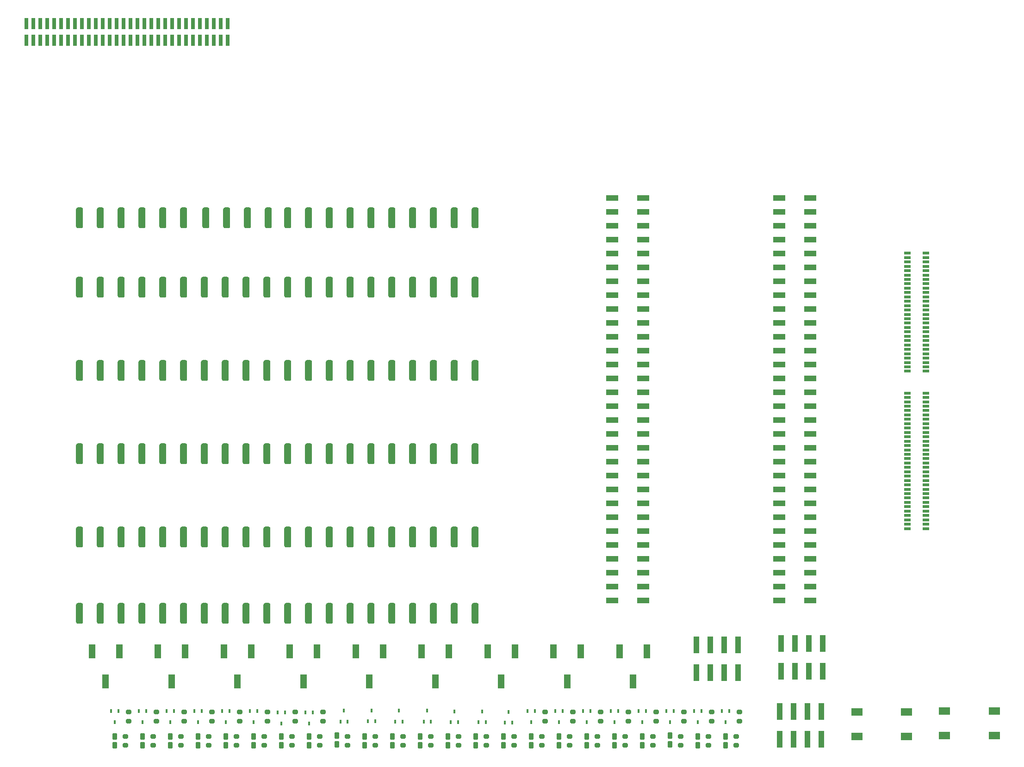
<source format=gtp>
G04 #@! TF.GenerationSoftware,KiCad,Pcbnew,(6.0.0)*
G04 #@! TF.CreationDate,2022-01-05T15:59:25-05:00*
G04 #@! TF.ProjectId,backplane-breaout-big,6261636b-706c-4616-9e65-2d627265616f,rev?*
G04 #@! TF.SameCoordinates,Original*
G04 #@! TF.FileFunction,Paste,Top*
G04 #@! TF.FilePolarity,Positive*
%FSLAX46Y46*%
G04 Gerber Fmt 4.6, Leading zero omitted, Abs format (unit mm)*
G04 Created by KiCad (PCBNEW (6.0.0)) date 2022-01-05 15:59:25*
%MOMM*%
%LPD*%
G01*
G04 APERTURE LIST*
G04 Aperture macros list*
%AMRoundRect*
0 Rectangle with rounded corners*
0 $1 Rounding radius*
0 $2 $3 $4 $5 $6 $7 $8 $9 X,Y pos of 4 corners*
0 Add a 4 corners polygon primitive as box body*
4,1,4,$2,$3,$4,$5,$6,$7,$8,$9,$2,$3,0*
0 Add four circle primitives for the rounded corners*
1,1,$1+$1,$2,$3*
1,1,$1+$1,$4,$5*
1,1,$1+$1,$6,$7*
1,1,$1+$1,$8,$9*
0 Add four rect primitives between the rounded corners*
20,1,$1+$1,$2,$3,$4,$5,0*
20,1,$1+$1,$4,$5,$6,$7,0*
20,1,$1+$1,$6,$7,$8,$9,0*
20,1,$1+$1,$8,$9,$2,$3,0*%
G04 Aperture macros list end*
%ADD10R,0.760000X2.030000*%
%ADD11RoundRect,0.212500X-0.212500X0.400000X-0.212500X-0.400000X0.212500X-0.400000X0.212500X0.400000X0*%
%ADD12R,2.220000X1.020000*%
%ADD13R,1.200000X0.500000*%
%ADD14R,0.450000X0.700000*%
%ADD15RoundRect,0.317500X0.317500X-1.587500X0.317500X1.587500X-0.317500X1.587500X-0.317500X-1.587500X0*%
%ADD16R,1.000000X3.150000*%
%ADD17RoundRect,0.200000X-0.275000X0.200000X-0.275000X-0.200000X0.275000X-0.200000X0.275000X0.200000X0*%
%ADD18RoundRect,0.200000X0.275000X-0.200000X0.275000X0.200000X-0.275000X0.200000X-0.275000X-0.200000X0*%
%ADD19R,1.200000X2.500000*%
%ADD20R,2.100000X1.400000*%
G04 APERTURE END LIST*
D10*
X140160000Y-52795000D03*
X140160000Y-49745000D03*
X138890000Y-52795000D03*
X138890000Y-49745000D03*
X137620000Y-52795000D03*
X137620000Y-49745000D03*
X136350000Y-52795000D03*
X136350000Y-49745000D03*
X135080000Y-52795000D03*
X135080000Y-49745000D03*
X133810000Y-52795000D03*
X133810000Y-49745000D03*
X132540000Y-52795000D03*
X132540000Y-49745000D03*
X131270000Y-52795000D03*
X131270000Y-49745000D03*
X130000000Y-52795000D03*
X130000000Y-49745000D03*
X128730000Y-52795000D03*
X128730000Y-49745000D03*
X127460000Y-52795000D03*
X127460000Y-49745000D03*
X126190000Y-52795000D03*
X126190000Y-49745000D03*
X124920000Y-52795000D03*
X124920000Y-49745000D03*
X123650000Y-52795000D03*
X123650000Y-49745000D03*
X122380000Y-52795000D03*
X122380000Y-49745000D03*
X121110000Y-52795000D03*
X121110000Y-49745000D03*
X119840000Y-52795000D03*
X119840000Y-49745000D03*
X118570000Y-52795000D03*
X118570000Y-49745000D03*
X117300000Y-52795000D03*
X117300000Y-49745000D03*
X116030000Y-52795000D03*
X116030000Y-49745000D03*
X114760000Y-52795000D03*
X114760000Y-49745000D03*
X113490000Y-52795000D03*
X113490000Y-49745000D03*
X112220000Y-52795000D03*
X112220000Y-49745000D03*
X110950000Y-52795000D03*
X110950000Y-49745000D03*
X109680000Y-52795000D03*
X109680000Y-49745000D03*
X108410000Y-52795000D03*
X108410000Y-49745000D03*
X107140000Y-52795000D03*
X107140000Y-49745000D03*
X105870000Y-52795000D03*
X105870000Y-49745000D03*
X104600000Y-52795000D03*
X104600000Y-49745000D03*
X103330000Y-52795000D03*
X103330000Y-49745000D03*
D11*
X231254000Y-180207500D03*
X231254000Y-181832500D03*
X226174000Y-180207500D03*
X226174000Y-181832500D03*
X221094000Y-180030000D03*
X221094000Y-181655000D03*
X155054000Y-180207500D03*
X155054000Y-181832500D03*
X216014000Y-180207500D03*
X216014000Y-181832500D03*
X149974000Y-180207500D03*
X149974000Y-181832500D03*
X210934000Y-180207500D03*
X210934000Y-181832500D03*
X205854000Y-180207500D03*
X205854000Y-181832500D03*
X200774000Y-180207500D03*
X200774000Y-181832500D03*
X195694000Y-180207500D03*
X195694000Y-181832500D03*
X144894000Y-180207500D03*
X144894000Y-181832500D03*
X139814000Y-180207500D03*
X139814000Y-181832500D03*
X134734000Y-180207500D03*
X134734000Y-181832500D03*
X129654000Y-180207500D03*
X129654000Y-181832500D03*
X190614000Y-180207500D03*
X190614000Y-181832500D03*
X185534000Y-180207500D03*
X185534000Y-181832500D03*
X180454000Y-180207500D03*
X180454000Y-181832500D03*
X175374000Y-180207500D03*
X175374000Y-181832500D03*
X170294000Y-180207500D03*
X170294000Y-181832500D03*
X124574000Y-180207500D03*
X124574000Y-181832500D03*
X165214000Y-180207500D03*
X165214000Y-181832500D03*
X119494000Y-180207500D03*
X119494000Y-181832500D03*
X160134000Y-180030000D03*
X160134000Y-181655000D03*
D12*
X210520000Y-155334000D03*
X216170000Y-155334000D03*
X210520000Y-152794000D03*
X216170000Y-152794000D03*
X210520000Y-150254000D03*
X216170000Y-150254000D03*
X210520000Y-147714000D03*
X216170000Y-147714000D03*
X210520000Y-145174000D03*
X216170000Y-145174000D03*
X210520000Y-142634000D03*
X216170000Y-142634000D03*
X210520000Y-140094000D03*
X216170000Y-140094000D03*
X210520000Y-137554000D03*
X216170000Y-137554000D03*
X210520000Y-135014000D03*
X216170000Y-135014000D03*
X210520000Y-132474000D03*
X216170000Y-132474000D03*
X210520000Y-129934000D03*
X216170000Y-129934000D03*
X210520000Y-127394000D03*
X216170000Y-127394000D03*
X210520000Y-124854000D03*
X216170000Y-124854000D03*
X210520000Y-122314000D03*
X216170000Y-122314000D03*
X210520000Y-119774000D03*
X216170000Y-119774000D03*
X210520000Y-117234000D03*
X216170000Y-117234000D03*
X210520000Y-114694000D03*
X216170000Y-114694000D03*
X210520000Y-112154000D03*
X216170000Y-112154000D03*
X210520000Y-109614000D03*
X216170000Y-109614000D03*
X210520000Y-107074000D03*
X216170000Y-107074000D03*
X210520000Y-104534000D03*
X216170000Y-104534000D03*
X210520000Y-101994000D03*
X216170000Y-101994000D03*
X210520000Y-99454000D03*
X216170000Y-99454000D03*
X210520000Y-96914000D03*
X216170000Y-96914000D03*
X210520000Y-94374000D03*
X216170000Y-94374000D03*
X210520000Y-91834000D03*
X216170000Y-91834000D03*
X210520000Y-89294000D03*
X216170000Y-89294000D03*
X210520000Y-86754000D03*
X216170000Y-86754000D03*
X210520000Y-84214000D03*
X216170000Y-84214000D03*
X210520000Y-81674000D03*
X216170000Y-81674000D03*
X241066000Y-155334000D03*
X246716000Y-155334000D03*
X241066000Y-152794000D03*
X246716000Y-152794000D03*
X241066000Y-150254000D03*
X246716000Y-150254000D03*
X241066000Y-147714000D03*
X246716000Y-147714000D03*
X241066000Y-145174000D03*
X246716000Y-145174000D03*
X241066000Y-142634000D03*
X246716000Y-142634000D03*
X241066000Y-140094000D03*
X246716000Y-140094000D03*
X241066000Y-137554000D03*
X246716000Y-137554000D03*
X241066000Y-135014000D03*
X246716000Y-135014000D03*
X241066000Y-132474000D03*
X246716000Y-132474000D03*
X241066000Y-129934000D03*
X246716000Y-129934000D03*
X241066000Y-127394000D03*
X246716000Y-127394000D03*
X241066000Y-124854000D03*
X246716000Y-124854000D03*
X241066000Y-122314000D03*
X246716000Y-122314000D03*
X241066000Y-119774000D03*
X246716000Y-119774000D03*
X241066000Y-117234000D03*
X246716000Y-117234000D03*
X241066000Y-114694000D03*
X246716000Y-114694000D03*
X241066000Y-112154000D03*
X246716000Y-112154000D03*
X241066000Y-109614000D03*
X246716000Y-109614000D03*
X241066000Y-107074000D03*
X246716000Y-107074000D03*
X241066000Y-104534000D03*
X246716000Y-104534000D03*
X241066000Y-101994000D03*
X246716000Y-101994000D03*
X241066000Y-99454000D03*
X246716000Y-99454000D03*
X241066000Y-96914000D03*
X246716000Y-96914000D03*
X241066000Y-94374000D03*
X246716000Y-94374000D03*
X241066000Y-91834000D03*
X246716000Y-91834000D03*
X241066000Y-89294000D03*
X246716000Y-89294000D03*
X241066000Y-86754000D03*
X246716000Y-86754000D03*
X241066000Y-84214000D03*
X246716000Y-84214000D03*
X241066000Y-81674000D03*
X246716000Y-81674000D03*
D13*
X267892000Y-142150000D03*
X264492000Y-142150000D03*
X267892000Y-141350000D03*
X264492000Y-141350000D03*
X267892000Y-140550000D03*
X264492000Y-140550000D03*
X267892000Y-139750000D03*
X264492000Y-139750000D03*
X267892000Y-138950000D03*
X264492000Y-138950000D03*
X267892000Y-138150000D03*
X264492000Y-138150000D03*
X267892000Y-137350000D03*
X264492000Y-137350000D03*
X267892000Y-136550000D03*
X264492000Y-136550000D03*
X267892000Y-135750000D03*
X264492000Y-135750000D03*
X267892000Y-134950000D03*
X264492000Y-134950000D03*
X267892000Y-134150000D03*
X264492000Y-134150000D03*
X267892000Y-133350000D03*
X264492000Y-133350000D03*
X267892000Y-132550000D03*
X264492000Y-132550000D03*
X267892000Y-131750000D03*
X264492000Y-131750000D03*
X267892000Y-130950000D03*
X264492000Y-130950000D03*
X267892000Y-130150000D03*
X264492000Y-130150000D03*
X267892000Y-129350000D03*
X264492000Y-129350000D03*
X267892000Y-128550000D03*
X264492000Y-128550000D03*
X267892000Y-127750000D03*
X264492000Y-127750000D03*
X267892000Y-126950000D03*
X264492000Y-126950000D03*
X267892000Y-126150000D03*
X264492000Y-126150000D03*
X267892000Y-125350000D03*
X264492000Y-125350000D03*
X267892000Y-124550000D03*
X264492000Y-124550000D03*
X267892000Y-123750000D03*
X264492000Y-123750000D03*
X267892000Y-122950000D03*
X264492000Y-122950000D03*
X267892000Y-122150000D03*
X264492000Y-122150000D03*
X267892000Y-121350000D03*
X264492000Y-121350000D03*
X267892000Y-120550000D03*
X264492000Y-120550000D03*
X267892000Y-119750000D03*
X264492000Y-119750000D03*
X267892000Y-118950000D03*
X264492000Y-118950000D03*
X267892000Y-118150000D03*
X264492000Y-118150000D03*
X267892000Y-117350000D03*
X264492000Y-117350000D03*
X267892000Y-113350000D03*
X264492000Y-113350000D03*
X267892000Y-112550000D03*
X264492000Y-112550000D03*
X267892000Y-111750000D03*
X264492000Y-111750000D03*
X267892000Y-110950000D03*
X264492000Y-110950000D03*
X267892000Y-110150000D03*
X264492000Y-110150000D03*
X267892000Y-109350000D03*
X264492000Y-109350000D03*
X267892000Y-108550000D03*
X264492000Y-108550000D03*
X267892000Y-107750000D03*
X264492000Y-107750000D03*
X267892000Y-106950000D03*
X264492000Y-106950000D03*
X267892000Y-106150000D03*
X264492000Y-106150000D03*
X267892000Y-105350000D03*
X264492000Y-105350000D03*
X267892000Y-104550000D03*
X264492000Y-104550000D03*
X267892000Y-103750000D03*
X264492000Y-103750000D03*
X267892000Y-102950000D03*
X264492000Y-102950000D03*
X267892000Y-102150000D03*
X264492000Y-102150000D03*
X267892000Y-101350000D03*
X264492000Y-101350000D03*
X267892000Y-100550000D03*
X264492000Y-100550000D03*
X267892000Y-99750000D03*
X264492000Y-99750000D03*
X267892000Y-98950000D03*
X264492000Y-98950000D03*
X267892000Y-98150000D03*
X264492000Y-98150000D03*
X267892000Y-97350000D03*
X264492000Y-97350000D03*
X267892000Y-96550000D03*
X264492000Y-96550000D03*
X267892000Y-95750000D03*
X264492000Y-95750000D03*
X267892000Y-94950000D03*
X264492000Y-94950000D03*
X267892000Y-94150000D03*
X264492000Y-94150000D03*
X267892000Y-93350000D03*
X264492000Y-93350000D03*
X267892000Y-92550000D03*
X264492000Y-92550000D03*
X267892000Y-91750000D03*
X264492000Y-91750000D03*
D14*
X231904000Y-175575000D03*
X230604000Y-175575000D03*
X231254000Y-177575000D03*
X226824000Y-175575000D03*
X225524000Y-175575000D03*
X226174000Y-177575000D03*
X221744000Y-175575000D03*
X220444000Y-175575000D03*
X221094000Y-177575000D03*
X155704000Y-175829000D03*
X154404000Y-175829000D03*
X155054000Y-177829000D03*
X216664000Y-175575000D03*
X215364000Y-175575000D03*
X216014000Y-177575000D03*
X150624000Y-175829000D03*
X149324000Y-175829000D03*
X149974000Y-177829000D03*
X211584000Y-175575000D03*
X210284000Y-175575000D03*
X210934000Y-177575000D03*
X206504000Y-175575000D03*
X205204000Y-175575000D03*
X205854000Y-177575000D03*
X201424000Y-175575000D03*
X200124000Y-175575000D03*
X200774000Y-177575000D03*
X196344000Y-175575000D03*
X195044000Y-175575000D03*
X195694000Y-177575000D03*
X145544000Y-175575000D03*
X144244000Y-175575000D03*
X144894000Y-177575000D03*
X140464000Y-175575000D03*
X139164000Y-175575000D03*
X139814000Y-177575000D03*
X190879000Y-177694000D03*
X192179000Y-177694000D03*
X191529000Y-175694000D03*
X186053000Y-177612000D03*
X187353000Y-177612000D03*
X186703000Y-175612000D03*
X180973000Y-177612000D03*
X182273000Y-177612000D03*
X181623000Y-175612000D03*
X176021000Y-177485000D03*
X177321000Y-177485000D03*
X176671000Y-175485000D03*
X170813000Y-177485000D03*
X172113000Y-177485000D03*
X171463000Y-175485000D03*
X135384000Y-175575000D03*
X134084000Y-175575000D03*
X134734000Y-177575000D03*
X130304000Y-175575000D03*
X129004000Y-175575000D03*
X129654000Y-177575000D03*
X165834000Y-177448000D03*
X167134000Y-177448000D03*
X166484000Y-175448000D03*
X160780000Y-177485000D03*
X162080000Y-177485000D03*
X161430000Y-175485000D03*
X125224000Y-175575000D03*
X123924000Y-175575000D03*
X124574000Y-177575000D03*
X120144000Y-175575000D03*
X118844000Y-175575000D03*
X119494000Y-177575000D03*
D15*
X185420000Y-157657800D03*
X181610000Y-157657800D03*
X185420000Y-113202324D03*
X181610000Y-113202324D03*
X177800000Y-157657800D03*
X173990000Y-157657800D03*
X177800000Y-113202324D03*
X173990000Y-113202324D03*
X170180000Y-157657800D03*
X166370000Y-157657800D03*
X170180000Y-113202324D03*
X166370000Y-113202324D03*
X162560000Y-157657800D03*
X158750000Y-157657800D03*
X162560000Y-113202324D03*
X158750000Y-113202324D03*
X154940000Y-157657800D03*
X151130000Y-157657800D03*
X154940000Y-113202324D03*
X151130000Y-113202324D03*
X147320000Y-157657800D03*
X143510000Y-157657800D03*
X147320000Y-113202324D03*
X143510000Y-113202324D03*
X139700000Y-157657800D03*
X135890000Y-157657800D03*
X139700000Y-113202324D03*
X135890000Y-113202324D03*
X132080000Y-157657800D03*
X128270000Y-157657800D03*
X132080000Y-113202324D03*
X128270000Y-113202324D03*
X124460000Y-157657800D03*
X120650000Y-157657800D03*
X124460000Y-113202324D03*
X120650000Y-113202324D03*
X116840000Y-157657800D03*
X113030000Y-157652324D03*
X116840000Y-113202324D03*
X113030000Y-113202324D03*
X185420000Y-143682324D03*
X181610000Y-143682324D03*
X185420000Y-97962324D03*
X181610000Y-97962324D03*
X177800000Y-143682324D03*
X173990000Y-143682324D03*
X177800000Y-97962324D03*
X173990000Y-97962324D03*
X170180000Y-143682324D03*
X166370000Y-143682324D03*
X170180000Y-97962324D03*
X166370000Y-97962324D03*
X162560000Y-143682324D03*
X158750000Y-143682324D03*
X162560000Y-97962324D03*
X158750000Y-97962324D03*
X154940000Y-143682324D03*
X151130000Y-143682324D03*
X154940000Y-97962324D03*
X151130000Y-97962324D03*
X147320000Y-143682324D03*
X143510000Y-143682324D03*
X147320000Y-97962324D03*
X143510000Y-97962324D03*
X139700000Y-143682324D03*
X135890000Y-143682324D03*
X139700000Y-97962324D03*
X135890000Y-97962324D03*
X132080000Y-143682324D03*
X128270000Y-143682324D03*
X132080000Y-97962324D03*
X128270000Y-97962324D03*
X124460000Y-143682324D03*
X120650000Y-143682324D03*
X124460000Y-97962324D03*
X120650000Y-97962324D03*
X116840000Y-143682324D03*
X113030000Y-143682324D03*
X116840000Y-97962324D03*
X113030000Y-97962324D03*
X185420000Y-128442324D03*
X181610000Y-128442324D03*
X185420000Y-85262324D03*
X181610000Y-85262324D03*
X177800000Y-128442324D03*
X173990000Y-128442324D03*
X177800000Y-85262324D03*
X173990000Y-85262324D03*
X170180000Y-128442324D03*
X166370000Y-128442324D03*
X170180000Y-85262324D03*
X166370000Y-85262324D03*
X162560000Y-128442324D03*
X158750000Y-128442324D03*
X162560000Y-85262324D03*
X158750000Y-85262324D03*
X154940000Y-128442324D03*
X151130000Y-128442324D03*
X154940000Y-85262324D03*
X151130000Y-85262324D03*
X147320000Y-128442324D03*
X143510000Y-128442324D03*
X147555000Y-85262324D03*
X143745000Y-85262324D03*
X139700000Y-128442324D03*
X135890000Y-128442324D03*
X139935000Y-85262324D03*
X136125000Y-85262324D03*
X132080000Y-128442324D03*
X128270000Y-128442324D03*
X132080000Y-85262324D03*
X128270000Y-85262324D03*
X124460000Y-128442324D03*
X120650000Y-128442324D03*
X124460000Y-85262324D03*
X120650000Y-85262324D03*
X116840000Y-128442324D03*
X113030000Y-128442324D03*
X116840000Y-85262324D03*
X113030000Y-85262324D03*
D16*
X241179000Y-180707000D03*
X241179000Y-175657000D03*
X243719000Y-180707000D03*
X243719000Y-175657000D03*
X246259000Y-180707000D03*
X246259000Y-175657000D03*
X248799000Y-180707000D03*
X248799000Y-175657000D03*
X225939000Y-168515000D03*
X225939000Y-163465000D03*
X228479000Y-168515000D03*
X228479000Y-163465000D03*
X231019000Y-168515000D03*
X231019000Y-163465000D03*
X233559000Y-168515000D03*
X233559000Y-163465000D03*
X241379000Y-168266000D03*
X241379000Y-163216000D03*
X243919000Y-168266000D03*
X243919000Y-163216000D03*
X246459000Y-168266000D03*
X246459000Y-163216000D03*
X248999000Y-168266000D03*
X248999000Y-163216000D03*
D17*
X233159000Y-180195000D03*
X233159000Y-181845000D03*
X228079000Y-180195000D03*
X228079000Y-181845000D03*
X222999000Y-180195000D03*
X222999000Y-181845000D03*
X156959000Y-180195000D03*
X156959000Y-181845000D03*
X217919000Y-180195000D03*
X217919000Y-181845000D03*
X151879000Y-180195000D03*
X151879000Y-181845000D03*
D18*
X233794000Y-177400000D03*
X233794000Y-175750000D03*
X228714000Y-177400000D03*
X228714000Y-175750000D03*
X223634000Y-177400000D03*
X223634000Y-175750000D03*
X157594000Y-177400000D03*
X157594000Y-175750000D03*
X218554000Y-177400000D03*
X218554000Y-175750000D03*
X152514000Y-177400000D03*
X152514000Y-175750000D03*
D17*
X212839000Y-180195000D03*
X212839000Y-181845000D03*
X207759000Y-180195000D03*
X207759000Y-181845000D03*
X202679000Y-180195000D03*
X202679000Y-181845000D03*
X197599000Y-180195000D03*
X197599000Y-181845000D03*
X146799000Y-180195000D03*
X146799000Y-181845000D03*
X141719000Y-180195000D03*
X141719000Y-181845000D03*
D18*
X213474000Y-177400000D03*
X213474000Y-175750000D03*
X208394000Y-177400000D03*
X208394000Y-175750000D03*
X203314000Y-177400000D03*
X203314000Y-175750000D03*
X198234000Y-177400000D03*
X198234000Y-175750000D03*
X147434000Y-177400000D03*
X147434000Y-175750000D03*
X142354000Y-177400000D03*
X142354000Y-175750000D03*
D17*
X136639000Y-180195000D03*
X136639000Y-181845000D03*
X131559000Y-180195000D03*
X131559000Y-181845000D03*
X192519000Y-180195000D03*
X192519000Y-181845000D03*
X187439000Y-180195000D03*
X187439000Y-181845000D03*
X182359000Y-180195000D03*
X182359000Y-181845000D03*
X177279000Y-180195000D03*
X177279000Y-181845000D03*
X172199000Y-180195000D03*
X172199000Y-181845000D03*
D18*
X137274000Y-177400000D03*
X137274000Y-175750000D03*
X132194000Y-177400000D03*
X132194000Y-175750000D03*
D17*
X126479000Y-180195000D03*
X126479000Y-181845000D03*
X167119000Y-180195000D03*
X167119000Y-181845000D03*
X121399000Y-180195000D03*
X121399000Y-181845000D03*
X162039000Y-180195000D03*
X162039000Y-181845000D03*
D18*
X127114000Y-177400000D03*
X127114000Y-175750000D03*
X122034000Y-177400000D03*
X122034000Y-175750000D03*
D19*
X211843996Y-164604504D03*
X214343996Y-170104504D03*
X216843996Y-164604504D03*
X199778996Y-164604504D03*
X202278996Y-170104504D03*
X204778996Y-164604504D03*
X187713996Y-164604504D03*
X190213996Y-170104504D03*
X192713996Y-164604504D03*
X175648996Y-164604504D03*
X178148996Y-170104504D03*
X180648996Y-164604504D03*
X163583996Y-164604504D03*
X166083996Y-170104504D03*
X168583996Y-164604504D03*
X151518996Y-164604504D03*
X154018996Y-170104504D03*
X156518996Y-164604504D03*
X139453996Y-164604504D03*
X141953996Y-170104504D03*
X144453996Y-164604504D03*
X127388996Y-164604504D03*
X129888996Y-170104504D03*
X132388996Y-164604504D03*
X115323996Y-164604504D03*
X117823996Y-170104504D03*
X120323996Y-164604504D03*
D20*
X280399000Y-180072000D03*
X271299000Y-180072000D03*
X280399000Y-175572000D03*
X271299000Y-175572000D03*
X264359000Y-180172000D03*
X255259000Y-180172000D03*
X264359000Y-175672000D03*
X255259000Y-175672000D03*
M02*

</source>
